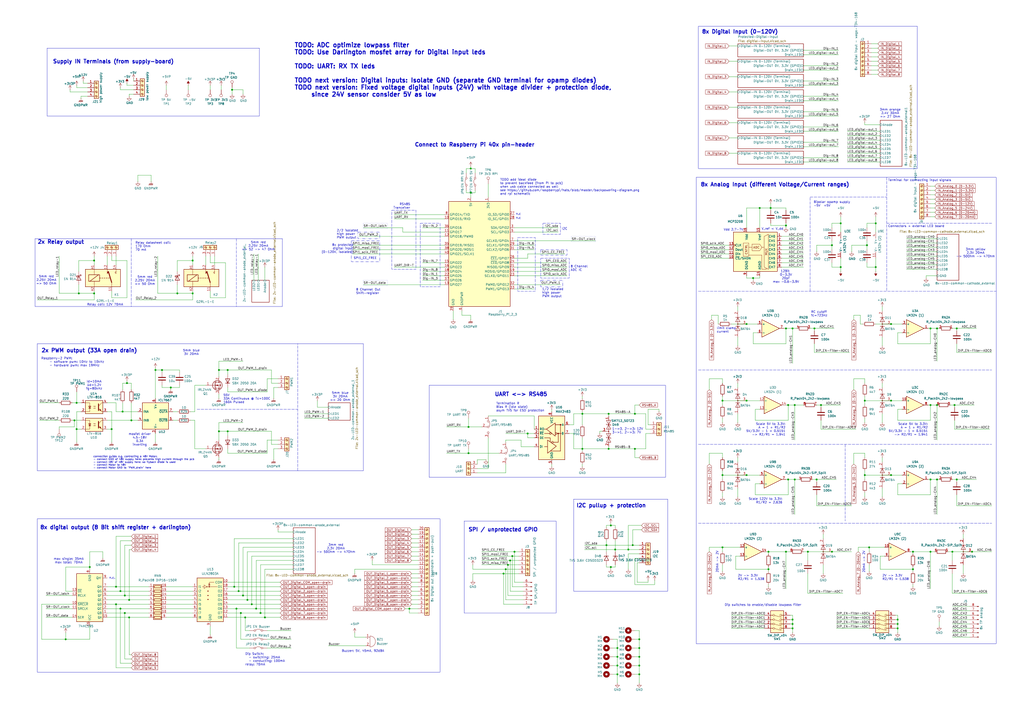
<source format=kicad_sch>
(kicad_sch
	(version 20231120)
	(generator "eeschema")
	(generator_version "8.0")
	(uuid "af4d11a6-73e1-4c39-a25e-5fe7dfa07237")
	(paper "A2")
	
	(junction
		(at 140.97 345.44)
		(diameter 0)
		(color 0 0 0 0)
		(uuid "01a8e618-7e14-4882-9136-a12536116a47")
	)
	(junction
		(at 237.49 353.06)
		(diameter 0)
		(color 0 0 0 0)
		(uuid "01c225b5-cd2c-42cd-9a9e-dd1eb69e7a46")
	)
	(junction
		(at 294.64 327.66)
		(diameter 0)
		(color 0 0 0 0)
		(uuid "05305efd-1dbd-4d1b-9814-028567a7094e")
	)
	(junction
		(at 137.16 353.06)
		(diameter 0)
		(color 0 0 0 0)
		(uuid "05eca1c0-0042-44d8-82a8-b1f48175c33d")
	)
	(junction
		(at 368.3 260.35)
		(diameter 0)
		(color 0 0 0 0)
		(uuid "06f335d7-63de-4572-a20a-022b6c7f93c9")
	)
	(junction
		(at 364.49 318.77)
		(diameter 0)
		(color 0 0 0 0)
		(uuid "072c8fc6-89d0-4715-8ea4-dd9134761f17")
	)
	(junction
		(at 351.79 316.23)
		(diameter 0)
		(color 0 0 0 0)
		(uuid "07823899-5798-4592-8eff-8b1fe5858f30")
	)
	(junction
		(at 358.14 381)
		(diameter 0)
		(color 0 0 0 0)
		(uuid "08257806-6a62-48e1-afe8-11841934bc89")
	)
	(junction
		(at 71.12 238.76)
		(diameter 0)
		(color 0 0 0 0)
		(uuid "0eedc99b-ff42-4961-8286-6066dee5c8fe")
	)
	(junction
		(at 508 129.54)
		(diameter 0)
		(color 0 0 0 0)
		(uuid "0f3fa599-affa-44c6-8b85-24ce12db14ea")
	)
	(junction
		(at 67.31 340.36)
		(diameter 0)
		(color 0 0 0 0)
		(uuid "10026633-9ac7-4b72-aa53-10151f42da81")
	)
	(junction
		(at 64.77 248.92)
		(diameter 0)
		(color 0 0 0 0)
		(uuid "11580b8b-6675-41d3-b33d-e1ed958eda93")
	)
	(junction
		(at 153.67 358.14)
		(diameter 0)
		(color 0 0 0 0)
		(uuid "119c3b35-4b9f-4318-9220-02559deba15e")
	)
	(junction
		(at 73.66 222.25)
		(diameter 0)
		(color 0 0 0 0)
		(uuid "14ee932b-b4bf-415b-ab21-01e0b930417b")
	)
	(junction
		(at 516.89 232.41)
		(diameter 0)
		(color 0 0 0 0)
		(uuid "14fcd33f-6a27-4b5c-bd8a-16602ae94ce3")
	)
	(junction
		(at 353.06 240.03)
		(diameter 0)
		(color 0 0 0 0)
		(uuid "1827b75e-5515-4844-a399-117e6918fd73")
	)
	(junction
		(at 354.33 328.93)
		(diameter 0)
		(color 0 0 0 0)
		(uuid "1c476741-4a7f-44e7-a84a-5b0fc50d1df8")
	)
	(junction
		(at 487.68 154.94)
		(diameter 0)
		(color 0 0 0 0)
		(uuid "1f83392c-f6f4-4c47-92c7-6541609902a5")
	)
	(junction
		(at 508 154.94)
		(diameter 0)
		(color 0 0 0 0)
		(uuid "1ff1815a-ddb0-4907-bed1-18b8fe5665e3")
	)
	(junction
		(at 461.01 234.95)
		(diameter 0)
		(color 0 0 0 0)
		(uuid "209182a8-b4b9-40cd-b5b2-bd90b860e927")
	)
	(junction
		(at 54.61 151.13)
		(diameter 0)
		(color 0 0 0 0)
		(uuid "213f96fc-26d9-4cf1-83bd-f4336ef00b81")
	)
	(junction
		(at 102.87 170.18)
		(diameter 0)
		(color 0 0 0 0)
		(uuid "236f3f4e-76e9-4351-baf1-7665cdb427aa")
	)
	(junction
		(at 146.05 350.52)
		(diameter 0)
		(color 0 0 0 0)
		(uuid "24719f92-8210-4aa7-b4fb-885fcf560860")
	)
	(junction
		(at 127 214.63)
		(diameter 0)
		(color 0 0 0 0)
		(uuid "2a544a35-89e9-4403-a76e-deca404b0df4")
	)
	(junction
		(at 337.82 240.03)
		(diameter 0)
		(color 0 0 0 0)
		(uuid "2d47b40e-d23f-458b-8bda-f40f4a63d16c")
	)
	(junction
		(at 461.01 278.13)
		(diameter 0)
		(color 0 0 0 0)
		(uuid "2ec783c1-8b84-46a4-83e0-9e6bdd9d83e1")
	)
	(junction
		(at 419.1 275.59)
		(diameter 0)
		(color 0 0 0 0)
		(uuid "2f3e2706-66a2-4ddc-84d7-d0f87e408bee")
	)
	(junction
		(at 358.14 391.16)
		(diameter 0)
		(color 0 0 0 0)
		(uuid "30eb7102-40a1-423f-af53-d597c277def6")
	)
	(junction
		(at 433.07 187.96)
		(diameter 0)
		(color 0 0 0 0)
		(uuid "322a1d28-d972-4b68-a81b-9e541f249074")
	)
	(junction
		(at 539.75 234.95)
		(diameter 0)
		(color 0 0 0 0)
		(uuid "3ae78f7f-94a6-4485-a6b5-d7ce73e1abef")
	)
	(junction
		(at 516.89 187.96)
		(diameter 0)
		(color 0 0 0 0)
		(uuid "3b4b0fd5-c991-4a1b-b89c-c6b2bfe001ca")
	)
	(junction
		(at 44.45 233.68)
		(diameter 0)
		(color 0 0 0 0)
		(uuid "3c610d6d-cd11-4e18-9d10-ffa22d04497a")
	)
	(junction
		(at 52.07 328.93)
		(diameter 0)
		(color 0 0 0 0)
		(uuid "3c754c5e-b249-46c4-9d05-9f550316aca5")
	)
	(junction
		(at 273.05 111.76)
		(diameter 0)
		(color 0 0 0 0)
		(uuid "401df33a-bfc8-4102-a832-13b9d72f27f9")
	)
	(junction
		(at 447.04 120.65)
		(diameter 0)
		(color 0 0 0 0)
		(uuid "42f8f2a2-d4f1-4f85-a7f3-af76fd15f334")
	)
	(junction
		(at 539.75 190.5)
		(diameter 0)
		(color 0 0 0 0)
		(uuid "4c28afa4-cb18-4457-bfd3-5c53dabd8baa")
	)
	(junction
		(at 67.31 350.52)
		(diameter 0)
		(color 0 0 0 0)
		(uuid "4dd49bce-72c0-4885-aaa1-4fc2ceee5ed9")
	)
	(junction
		(at 293.37 330.2)
		(diameter 0)
		(color 0 0 0 0)
		(uuid "4e253152-ce51-433a-bba8-8c16e7a62d28")
	)
	(junction
		(at 436.88 161.29)
		(diameter 0)
		(color 0 0 0 0)
		(uuid "4e57230f-aabe-47d0-b863-f2adc3d1ffe4")
	)
	(junction
		(at 554.99 278.13)
		(diameter 0)
		(color 0 0 0 0)
		(uuid "5350fbf4-d95b-437a-9686-20f0bf58d3a4")
	)
	(junction
		(at 356.87 318.77)
		(diameter 0)
		(color 0 0 0 0)
		(uuid "53d66afe-70cb-456e-9b1b-03e37a30427c")
	)
	(junction
		(at 539.75 278.13)
		(diameter 0)
		(color 0 0 0 0)
		(uuid "5453c15f-3da7-498f-b4d4-eefd4a32800e")
	)
	(junction
		(at 482.6 142.24)
		(diameter 0)
		(color 0 0 0 0)
		(uuid "55a82554-799d-4bb3-8181-718182c3900f")
	)
	(junction
		(at 501.65 232.41)
		(diameter 0)
		(color 0 0 0 0)
		(uuid "57a339c8-b411-45ff-a169-a3416d23d890")
	)
	(junction
		(at 111.76 170.18)
		(diameter 0)
		(color 0 0 0 0)
		(uuid "58641e9a-dfea-4a17-a599-d3f20704b922")
	)
	(junction
		(at 370.84 386.08)
		(diameter 0)
		(color 0 0 0 0)
		(uuid "58dccc51-9004-41fb-ad0d-5592fc6a349d")
	)
	(junction
		(at 539.75 320.04)
		(diameter 0)
		(color 0 0 0 0)
		(uuid "5ebeab69-b597-43d2-ab3a-c72fec21131d")
	)
	(junction
		(at 504.19 317.5)
		(diameter 0)
		(color 0 0 0 0)
		(uuid "5fbe9979-8f7b-4932-9184-a4d03c15d4fe")
	)
	(junction
		(at 476.25 234.95)
		(diameter 0)
		(color 0 0 0 0)
		(uuid "5fd46808-879e-44b8-af18-96d3e87ab16f")
	)
	(junction
		(at 354.33 304.8)
		(diameter 0)
		(color 0 0 0 0)
		(uuid "60649139-4bdd-472e-9af5-360b27505cfe")
	)
	(junction
		(at 370.84 391.16)
		(diameter 0)
		(color 0 0 0 0)
		(uuid "60a6d836-72d0-4313-9d09-432095eb272f")
	)
	(junction
		(at 295.91 325.12)
		(diameter 0)
		(color 0 0 0 0)
		(uuid "64cc4205-6b81-48b6-affd-d8656f4e6bce")
	)
	(junction
		(at 529.59 320.04)
		(diameter 0)
		(color 0 0 0 0)
		(uuid "67352b46-f9e5-4f25-b773-3d42ff5e5699")
	)
	(junction
		(at 419.1 317.5)
		(diameter 0)
		(color 0 0 0 0)
		(uuid "6e2b59ba-643e-42d5-abe7-fae3afd30e18")
	)
	(junction
		(at 90.17 214.63)
		(diameter 0)
		(color 0 0 0 0)
		(uuid "6f8dae14-e5bb-4ed3-8136-992dd6b276bb")
	)
	(junction
		(at 440.69 120.65)
		(diameter 0)
		(color 0 0 0 0)
		(uuid "71c80c36-cea0-487c-bcb3-ac90e6cf6909")
	)
	(junction
		(at 501.65 275.59)
		(diameter 0)
		(color 0 0 0 0)
		(uuid "72cd6455-fb65-4b52-8421-80100f0ddc8f")
	)
	(junction
		(at 69.85 342.9)
		(diameter 0)
		(color 0 0 0 0)
		(uuid "751fb691-f4d4-4afb-8c99-237d44216e6a")
	)
	(junction
		(at 143.51 347.98)
		(diameter 0)
		(color 0 0 0 0)
		(uuid "75331210-328d-4b01-a051-ab734c1e4329")
	)
	(junction
		(at 370.84 370.84)
		(diameter 0)
		(color 0 0 0 0)
		(uuid "77fd0bd9-a653-46a2-a6ea-e0ff86286382")
	)
	(junction
		(at 455.93 130.81)
		(diameter 0)
		(color 0 0 0 0)
		(uuid "7b6a19d9-d84c-4ace-9ad2-e52657e5669a")
	)
	(junction
		(at 543.56 190.5)
		(diameter 0)
		(color 0 0 0 0)
		(uuid "7c4690e7-c7bf-4226-a178-dc9e53dc51ed")
	)
	(junction
		(at 445.77 320.04)
		(diameter 0)
		(color 0 0 0 0)
		(uuid "7eee6ae0-e862-4cf5-a20a-077da3b5824a")
	)
	(junction
		(at 358.14 375.92)
		(diameter 0)
		(color 0 0 0 0)
		(uuid "8445ba9c-2e95-4eb0-ba3f-795d556ef72f")
	)
	(junction
		(at 38.1 370.84)
		(diameter 0)
		(color 0 0 0 0)
		(uuid "84b82d7c-5f92-4073-bceb-03310c6207ac")
	)
	(junction
		(at 472.44 190.5)
		(diameter 0)
		(color 0 0 0 0)
		(uuid "85be4b5b-1dd3-4429-a51f-714f415e4cb3")
	)
	(junction
		(at 516.89 275.59)
		(diameter 0)
		(color 0 0 0 0)
		(uuid "86f80d78-9680-4044-9ea8-382a544e1180")
	)
	(junction
		(at 306.07 251.46)
		(diameter 0)
		(color 0 0 0 0)
		(uuid "8ba0df70-00b9-477d-a1d9-09e132e0196c")
	)
	(junction
		(at 502.92 142.24)
		(diameter 0)
		(color 0 0 0 0)
		(uuid "8e2b91a7-a806-46dd-8017-558f66a7d5aa")
	)
	(junction
		(at 93.98 214.63)
		(diameter 0)
		(color 0 0 0 0)
		(uuid "900094c6-ad82-42ce-b9e4-bbff1fbd4f7d")
	)
	(junction
		(at 370.84 375.92)
		(diameter 0)
		(color 0 0 0 0)
		(uuid "92b51d51-f5fb-410e-bbe5-38b96764124c")
	)
	(junction
		(at 271.78 262.89)
		(diameter 0)
		(color 0 0 0 0)
		(uuid "98441d78-d77f-486a-92ea-3668d01ee127")
	)
	(junction
		(at 543.56 234.95)
		(diameter 0)
		(color 0 0 0 0)
		(uuid "9857da2e-fa86-4979-a30f-81191067da5a")
	)
	(junction
		(at 292.1 332.74)
		(diameter 0)
		(color 0 0 0 0)
		(uuid "9867b519-f5bd-4ee4-8781-727026525927")
	)
	(junction
		(at 459.74 359.41)
		(diameter 0)
		(color 0 0 0 0)
		(uuid "98c11e17-da75-489b-919d-abd5b90d75d6")
	)
	(junction
		(at 520.7 364.49)
		(diameter 0)
		(color 0 0 0 0)
		(uuid "9905ae76-43d5-46fd-ab04-63b3bd0b1c1a")
	)
	(junction
		(at 529.59 330.2)
		(diameter 0)
		(color 0 0 0 0)
		(uuid "9f9cd4a1-53b7-4b90-939d-1f42f0144daf")
	)
	(junction
		(at 72.39 345.44)
		(diameter 0)
		(color 0 0 0 0)
		(uuid "a02a0c35-7237-4690-930d-ae7d81a03d46")
	)
	(junction
		(at 433.07 275.59)
		(diameter 0)
		(color 0 0 0 0)
		(uuid "a0fb1850-0f46-4c36-b798-547b535c42df")
	)
	(junction
		(at 44.45 248.92)
		(diameter 0)
		(color 0 0 0 0)
		(uuid "a156600e-b17b-40ee-9338-2875dd6af119")
	)
	(junction
		(at 459.74 364.49)
		(diameter 0)
		(color 0 0 0 0)
		(uuid "a2aaf358-b70a-40ed-8891-c2b838783341")
	)
	(junction
		(at 543.56 278.13)
		(diameter 0)
		(color 0 0 0 0)
		(uuid "a647ae42-673a-4b30-ba91-f5c0de2d1fb1")
	)
	(junction
		(at 419.1 232.41)
		(diameter 0)
		(color 0 0 0 0)
		(uuid "a8916f2a-3760-4408-a711-e8008e50a42d")
	)
	(junction
		(at 473.71 278.13)
		(diameter 0)
		(color 0 0 0 0)
		(uuid "a8b20a5e-2fbe-4704-8e22-2faf27846df8")
	)
	(junction
		(at 553.72 234.95)
		(diameter 0)
		(color 0 0 0 0)
		(uuid "aad29792-d123-4844-9da8-1df2be24a9d5")
	)
	(junction
		(at 45.72 170.18)
		(diameter 0)
		(color 0 0 0 0)
		(uuid "ac1970be-fc9a-493a-b832-4f526b5d8a6f")
	)
	(junction
		(at 367.03 316.23)
		(diameter 0)
		(color 0 0 0 0)
		(uuid "ac4ac232-9a0f-4efe-bd40-aa7c1fcbaeed")
	)
	(junction
		(at 142.24 358.14)
		(diameter 0)
		(color 0 0 0 0)
		(uuid "b03b65c9-d63a-4b4e-b4bc-bfd5bb85047b")
	)
	(junction
		(at 134.62 52.07)
		(diameter 0)
		(color 0 0 0 0)
		(uuid "b1b4e282-b41e-4806-9700-a7c6fbc133b2")
	)
	(junction
		(at 138.43 342.9)
		(diameter 0)
		(color 0 0 0 0)
		(uuid "b2e04b3a-0203-4e9b-b5fb-44711c9651f5")
	)
	(junction
		(at 99.06 224.79)
		(diameter 0)
		(color 0 0 0 0)
		(uuid "b650fb0f-f91e-4bab-945c-20253961cf93")
	)
	(junction
		(at 368.3 240.03)
		(diameter 0)
		(color 0 0 0 0)
		(uuid "b75f83a7-ff43-422c-8aef-b23c65dc9f58")
	)
	(junction
		(at 433.07 232.41)
		(diameter 0)
		(color 0 0 0 0)
		(uuid "b8cbbf2c-6947-4c47-a76a-df98369a49e2")
	)
	(junction
		(at 445.77 330.2)
		(diameter 0)
		(color 0 0 0 0)
		(uuid "bc0e8895-a168-4b32-a3ae-032222041331")
	)
	(junction
		(at 273.05 97.79)
		(diameter 0)
		(color 0 0 0 0)
		(uuid "c141ea30-0a7b-45f8-a452-2c0244bcf9aa")
	)
	(junction
		(at 111.76 151.13)
		(diameter 0)
		(color 0 0 0 0)
		(uuid "c25e2208-2d4a-4a5d-b1b6-520bc7405c20")
	)
	(junction
		(at 72.39 355.6)
		(diameter 0)
		(color 0 0 0 0)
		(uuid "c2a7d60c-8406-4629-9f9f-20facc991908")
	)
	(junction
		(at 127 250.19)
		(diameter 0)
		(color 0 0 0 0)
		(uuid "c583ebaa-dbb1-42bf-9503-cd46d9d9c934")
	)
	(junction
		(at 468.63 320.04)
		(diameter 0)
		(color 0 0 0 0)
		(uuid "c6fd9455-a40f-495c-b522-dad68ccccb40")
	)
	(junction
		(at 69.85 353.06)
		(diameter 0)
		(color 0 0 0 0)
		(uuid "c7252f51-5593-44ea-9ef0-15644cb2b836")
	)
	(junction
		(at 482.6 320.04)
		(diameter 0)
		(color 0 0 0 0)
		(uuid "c7d2abe6-56ee-45d0-91ba-2bdad49697be")
	)
	(junction
		(at 554.99 190.5)
		(diameter 0)
		(color 0 0 0 0)
		(uuid "c9a1a788-271b-4313-91ac-1eb41a1be2d1")
	)
	(junction
		(at 74.93 347.98)
		(diameter 0)
		(color 0 0 0 0)
		(uuid "ca97fd06-a20b-4255-9402-c6f0775648c9")
	)
	(junction
		(at 563.88 320.04)
		(diameter 0)
		(color 0 0 0 0)
		(uuid "cb011434-a4b0-4556-a812-d331c49ca2c1")
	)
	(junction
		(at 297.18 322.58)
		(diameter 0)
		(color 0 0 0 0)
		(uuid "ccfc0193-cd4b-4bd1-9adb-8688e97bfa23")
	)
	(junction
		(at 151.13 355.6)
		(diameter 0)
		(color 0 0 0 0)
		(uuid "cdb7cae5-fc07-4bbc-8ee6-837fb3913bf1")
	)
	(junction
		(at 455.93 320.04)
		(diameter 0)
		(color 0 0 0 0)
		(uuid "d3002e4b-d3e1-40cc-9b8a-5d2c7334c6dd")
	)
	(junction
		(at 520.7 361.95)
		(diameter 0)
		(color 0 0 0 0)
		(uuid "d3c25f2f-519c-4e8a-bf2d-451e91de8263")
	)
	(junction
		(at 459.74 190.5)
		(diameter 0)
		(color 0 0 0 0)
		(uuid "d5958f52-db39-4d96-9f5c-46cc0e0a9c13")
	)
	(junction
		(at 353.06 260.35)
		(diameter 0)
		(color 0 0 0 0)
		(uuid "d5f0980c-b894-41c8-ad9a-99d84da95533")
	)
	(junction
		(at 132.08 250.19)
		(diameter 0)
		(color 0 0 0 0)
		(uuid "d7f6abff-a394-48b0-8295-d13e407a04cb")
	)
	(junction
		(at 487.68 129.54)
		(diameter 0)
		(color 0 0 0 0)
		(uuid "d8d7fb1f-bb4d-4c93-8aa7-905c20aefd85")
	)
	(junction
		(at 358.14 386.08)
		(diameter 0)
		(color 0 0 0 0)
		(uuid "d8d95aad-526c-4d3e-9a9b-fefcb78efcaa")
	)
	(junction
		(at 552.45 320.04)
		(diameter 0)
		(color 0 0 0 0)
		(uuid "dd672ca4-9aed-4510-a18a-eaf4c4b1b5b2")
	)
	(junction
		(at 298.45 320.04)
		(diameter 0)
		(color 0 0 0 0)
		(uuid "dd9c1b13-9084-449b-9bee-5e037521464a")
	)
	(junction
		(at 520.7 359.41)
		(diameter 0)
		(color 0 0 0 0)
		(uuid "df62cb63-19fa-46f2-9a5a-93a304b5a69d")
	)
	(junction
		(at 271.78 247.65)
		(diameter 0)
		(color 0 0 0 0)
		(uuid "df678c17-c7d1-407d-803a-c886081558ed")
	)
	(junction
		(at 457.2 234.95)
		(diameter 0)
		(color 0 0 0 0)
		(uuid "e06e2f01-d838-48f6-8efa-7e05b926ca29")
	)
	(junction
		(at 54.61 170.18)
		(diameter 0)
		(color 0 0 0 0)
		(uuid "e0fcc60c-adef-4503-b67d-31eec596d694")
	)
	(junction
		(at 148.59 353.06)
		(diameter 0)
		(color 0 0 0 0)
		(uuid "e3108376-7dad-4cc8-8861-63d384004879")
	)
	(junction
		(at 76.2 243.84)
		(diameter 0)
		(color 0 0 0 0)
		(uuid "e5b099e1-f557-4448-b3d0-b283fc211558")
	)
	(junction
		(at 135.89 340.36)
		(diameter 0)
		(color 0 0 0 0)
		(uuid "e5bd5461-5bb2-4b08-87c8-6e463ef8db0a")
	)
	(junction
		(at 132.08 214.63)
		(diameter 0)
		(color 0 0 0 0)
		(uuid "e8615103-e90c-4f75-b440-b8fad443ff1e")
	)
	(junction
		(at 43.18 243.84)
		(diameter 0)
		(color 0 0 0 0)
		(uuid "e888c988-fb5e-4161-b771-d1f510c9d0b9")
	)
	(junction
		(at 337.82 260.35)
		(diameter 0)
		(color 0 0 0 0)
		(uuid "ed02a82a-9a4c-446b-b18a-c2e77fed11fa")
	)
	(junction
		(at 457.2 278.13)
		(diameter 0)
		(color 0 0 0 0)
		(uuid "ef6c709f-f6a8-4332-b336-2fc745163133")
	)
	(junction
		(at 459.74 361.95)
		(diameter 0)
		(color 0 0 0 0)
		(uuid "f4dadaf2-7795-4ea6-a683-80336635a387")
	)
	(junction
		(at 370.84 381)
		(diameter 0)
		(color 0 0 0 0)
		(uuid "f8e84513-ffe1-4837-b530-90ecbd0bf285")
	)
	(junction
		(at 139.7 355.6)
		(diameter 0)
		(color 0 0 0 0)
		(uuid "fae7fc45-5150-4de6-9de8-a36ec31aa312")
	)
	(junction
		(at 455.93 190.5)
		(diameter 0)
		(color 0 0 0 0)
		(uuid "fbce1fdb-db5b-4f19-bbb5-0a9c27bcbc89")
	)
	(junction
		(at 74.93 358.14)
		(diameter 0)
		(color 0 0 0 0)
		(uuid "fcfc1728-3653-4623-b7b5-a4e4cd6811ba")
	)
	(wire
		(pts
			(xy 455.93 129.54) (xy 455.93 130.81)
		)
		(stroke
			(width 0)
			(type default)
		)
		(uuid "0054231e-6c1c-4b62-a261-da803b448710")
	)
	(wire
		(pts
			(xy 491.49 78.74) (xy 510.54 78.74)
		)
		(stroke
			(width 0)
			(type default)
		)
		(uuid "0059a5bd-5d4e-41f1-b8bf-105e91bea211")
	)
	(wire
		(pts
			(xy 496.57 248.92) (xy 476.25 248.92)
		)
		(stroke
			(width 0)
			(type default)
		)
		(uuid "007352d0-4393-4d19-8efc-d51e28cb77e4")
	)
	(wire
		(pts
			(xy 238.76 320.04) (xy 242.57 320.04)
		)
		(stroke
			(width 0)
			(type default)
		)
		(uuid "00818073-0ff6-4df9-84ad-d009831f149e")
	)
	(wire
		(pts
			(xy 62.23 243.84) (xy 76.2 243.84)
		)
		(stroke
			(width 0)
			(type default)
		)
		(uuid "00912cef-7458-4250-9601-851325c17234")
	)
	(wire
		(pts
			(xy 62.23 233.68) (xy 67.31 233.68)
		)
		(stroke
			(width 0)
			(type default)
		)
		(uuid "00e44004-c513-4de5-a722-c1ec9c261caa")
	)
	(wire
		(pts
			(xy 419.1 327.66) (xy 419.1 331.47)
		)
		(stroke
			(width 0)
			(type default)
		)
		(uuid "00ef2f56-37bd-4ed0-aeb9-aa019bd24e2f")
	)
	(wire
		(pts
			(xy 139.7 370.84) (xy 139.7 355.6)
		)
		(stroke
			(width 0)
			(type default)
		)
		(uuid "00fdba94-28e0-4b7e-a3f6-8468a273182f")
	)
	(wire
		(pts
			(xy 553.72 234.95) (xy 553.72 236.22)
		)
		(stroke
			(width 0)
			(type default)
		)
		(uuid "01a5f7f5-381b-4726-8886-b420b25ccedd")
	)
	(wire
		(pts
			(xy 132.08 353.06) (xy 137.16 353.06)
		)
		(stroke
			(width 0)
			(type default)
		)
		(uuid "01f70877-5d35-4473-8154-b32633fb4439")
	)
	(wire
		(pts
			(xy 90.17 214.63) (xy 93.98 214.63)
		)
		(stroke
			(width 0)
			(type default)
		)
		(uuid "02432959-10b0-4f2a-af2d-7311d5fec00d")
	)
	(wire
		(pts
			(xy 486.41 31.75) (xy 466.09 31.75)
		)
		(stroke
			(width 0)
			(type default)
		)
		(uuid "025ad35c-64b0-47a8-a900-f118fd03ec35")
	)
	(wire
		(pts
			(xy 270.51 111.76) (xy 273.05 111.76)
		)
		(stroke
			(width 0)
			(type default)
		)
		(uuid "02629f80-2850-40af-b117-d301cbd2e1ca")
	)
	(wire
		(pts
			(xy 274.32 330.2) (xy 293.37 330.2)
		)
		(stroke
			(width 0)
			(type default)
		)
		(uuid "02a344d2-8b47-43f6-b628-b060a6ff1a34")
	)
	(wire
		(pts
			(xy 537.21 160.02) (xy 543.56 160.02)
		)
		(stroke
			(width 0)
			(type default)
		)
		(uuid "02ca2bcb-dc3d-41b8-b3bb-d6980a38a62d")
	)
	(wire
		(pts
			(xy 52.07 330.2) (xy 52.07 328.93)
		)
		(stroke
			(width 0)
			(type default)
		)
		(uuid "02caf3da-4dfe-464a-bed0-55c975aa32ca")
	)
	(wire
		(pts
			(xy 487.68 125.73) (xy 487.68 129.54)
		)
		(stroke
			(width 0)
			(type default)
		)
		(uuid "02dea10a-f229-486d-876a-a071096eeead")
	)
	(wire
		(pts
			(xy 245.11 152.4) (xy 257.81 152.4)
		)
		(stroke
			(width 0)
			(type default)
		)
		(uuid "02f927d2-46f0-4067-bb2c-7b5ed625f8eb")
	)
	(wire
		(pts
			(xy 157.48 250.19) (xy 157.48 257.81)
		)
		(stroke
			(width 0)
			(type default)
		)
		(uuid "030da04f-bb6a-49d5-a07a-b1ac13ef0d2c")
	)
	(wire
		(pts
			(xy 516.89 275.59) (xy 523.24 275.59)
		)
		(stroke
			(width 0)
			(type default)
		)
		(uuid "0402a363-6ddc-4245-b79d-651ce5e2b849")
	)
	(wire
		(pts
			(xy 457.2 234.95) (xy 461.01 234.95)
		)
		(stroke
			(width 0)
			(type default)
		)
		(uuid "04304b2e-0c68-4a14-bbe0-0e23cac30e94")
	)
	(wire
		(pts
			(xy 176.53 242.57) (xy 190.5 242.57)
		)
		(stroke
			(width 0)
			(type default)
		)
		(uuid "0441f777-da59-4d51-9ce1-7f52d2030a3b")
	)
	(wire
		(pts
			(xy 351.79 306.07) (xy 351.79 304.8)
		)
		(stroke
			(width 0)
			(type default)
		)
		(uuid "0445f1c5-cbd7-41f2-81d5-6122602375c6")
	)
	(wire
		(pts
			(xy 563.88 320.04) (xy 575.31 320.04)
		)
		(stroke
			(width 0)
			(type default)
		)
		(uuid "044788d0-021d-486d-a9d3-fdae59027b7a")
	)
	(polyline
		(pts
			(xy 114.3 237.49) (xy 172.72 237.49)
		)
		(stroke
			(width 0)
			(type dash)
		)
		(uuid "0562829c-78ed-418e-bf83-3ad41711062d")
	)
	(wire
		(pts
			(xy 73.66 151.13) (xy 73.66 172.72)
		)
		(stroke
			(width 0)
			(type default)
		)
		(uuid "05769be8-6486-49a6-96aa-282d535c7d39")
	)
	(wire
		(pts
			(xy 433.07 132.08) (xy 433.07 120.65)
		)
		(stroke
			(width 0)
			(type default)
		)
		(uuid "05c7cccb-cca5-4623-97c8-040d9b4df307")
	)
	(wire
		(pts
			(xy 67.31 340.36) (xy 86.36 340.36)
		)
		(stroke
			(width 0)
			(type default)
		)
		(uuid "060a1e46-185f-46d5-bb25-4b502bfab042")
	)
	(wire
		(pts
			(xy 453.39 137.16) (xy 466.09 137.16)
		)
		(stroke
			(width 0)
			(type default)
		)
		(uuid "068083fa-fce7-43b5-8463-4f98840e7a26")
	)
	(wire
		(pts
			(xy 73.66 172.72) (xy 64.77 172.72)
		)
		(stroke
			(width 0)
			(type default)
		)
		(uuid "06a1b25e-5913-4cbd-a6dc-df54f02c3062")
	)
	(wire
		(pts
			(xy 76.2 313.69) (xy 69.85 313.69)
		)
		(stroke
			(width 0)
			(type default)
		)
		(uuid "0768423a-ac1c-4f99-9532-7ef87789f549")
	)
	(wire
		(pts
			(xy 96.52 342.9) (xy 111.76 342.9)
		)
		(stroke
			(width 0)
			(type default)
		)
		(uuid "07df2798-ce49-4d2e-88d1-304e7370129e")
	)
	(wire
		(pts
			(xy 273.05 182.88) (xy 273.05 185.42)
		)
		(stroke
			(width 0)
			(type default)
		)
		(uuid "07f79494-8767-4e73-b134-542e489a4daa")
	)
	(wire
		(pts
			(xy 511.81 265.43) (xy 511.81 267.97)
		)
		(stroke
			(width 0)
			(type default)
		)
		(uuid "086ffce1-bece-47de-afff-a5272daa684c")
	)
	(wire
		(pts
			(xy 543.56 278.13) (xy 544.83 278.13)
		)
		(stroke
			(width 0)
			(type default)
		)
		(uuid "08d4afc6-7a52-4c48-90ea-de03339f3fec")
	)
	(wire
		(pts
			(xy 438.15 280.67) (xy 438.15 287.02)
		)
		(stroke
			(width 0)
			(type default)
		)
		(uuid "08da2754-5954-4cc6-88b7-c43418808a5f")
	)
	(wire
		(pts
			(xy 238.76 332.74) (xy 242.57 332.74)
		)
		(stroke
			(width 0)
			(type default)
		)
		(uuid "09105bff-0442-453e-b260-c98527da345d")
	)
	(wire
		(pts
			(xy 453.39 139.7) (xy 466.09 139.7)
		)
		(stroke
			(width 0)
			(type default)
		)
		(uuid "0932f8bf-1781-41f0-8075-3b7e84ddb5c7")
	)
	(wire
		(pts
			(xy 64.77 248.92) (xy 64.77 238.76)
		)
		(stroke
			(width 0)
			(type default)
		)
		(uuid "09c9e21f-8206-47ae-a9c8-c044bfbcae4a")
	)
	(wire
		(pts
			(xy 501.65 273.05) (xy 501.65 275.59)
		)
		(stroke
			(width 0)
			(type default)
		)
		(uuid "09d9a41a-af3c-4a91-ad4d-2c3b79cf9ec7")
	)
	(wire
		(pts
			(xy 52.07 363.22) (xy 52.07 370.84)
		)
		(stroke
			(width 0)
			(type default)
		)
		(uuid "0a051774-4cbb-4b66-bf37-8910fac947bb")
	)
	(wire
		(pts
			(xy 62.23 358.14) (xy 74.93 358.14)
		)
		(stroke
			(width 0)
			(type default)
		)
		(uuid "0aa33d96-2e44-4442-b63d-f8ede3d506ac")
	)
	(wire
		(pts
			(xy 375.92 237.49) (xy 375.92 246.38)
		)
		(stroke
			(width 0)
			(type default)
		)
		(uuid "0ac0da6d-7a79-4bb6-aac5-dbd7e02f6a35")
	)
	(wire
		(pts
			(xy 157.48 257.81) (xy 161.29 257.81)
		)
		(stroke
			(width 0)
			(type default)
		)
		(uuid "0af3e3f5-4871-4f0a-9b10-f4cd810203b5")
	)
	(wire
		(pts
			(xy 419.1 262.89) (xy 419.1 265.43)
		)
		(stroke
			(width 0)
			(type default)
		)
		(uuid "0b798a4e-ae38-46ca-9967-253a2656e0f1")
	)
	(wire
		(pts
			(xy 69.85 384.81) (xy 69.85 353.06)
		)
		(stroke
			(width 0)
			(type default)
		)
		(uuid "0d64bcbd-9b4c-4f6e-98d3-beab5b2606b6")
	)
	(wire
		(pts
			(xy 458.47 361.95) (xy 459.74 361.95)
		)
		(stroke
			(width 0)
			(type default)
		)
		(uuid "0ee3f252-7bb8-434b-aa8b-9caf2c52cf77")
	)
	(wire
		(pts
			(xy 501.65 232.41) (xy 501.65 234.95)
		
... [507438 chars truncated]
</source>
